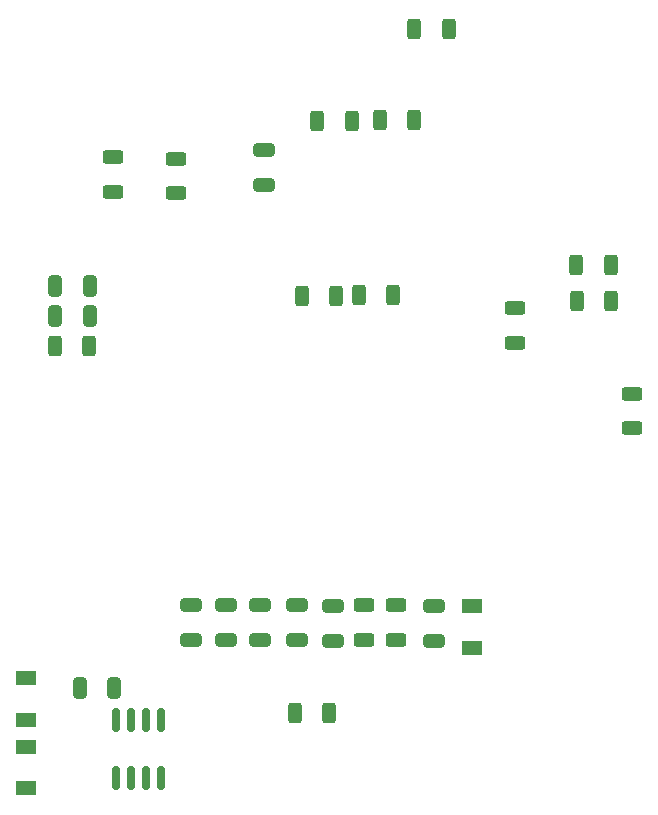
<source format=gbr>
%TF.GenerationSoftware,KiCad,Pcbnew,(6.0.7)*%
%TF.CreationDate,2023-04-20T22:54:43-04:00*%
%TF.ProjectId,NPN Tracer V2b,4e504e20-5472-4616-9365-72205632622e,rev?*%
%TF.SameCoordinates,Original*%
%TF.FileFunction,Paste,Top*%
%TF.FilePolarity,Positive*%
%FSLAX46Y46*%
G04 Gerber Fmt 4.6, Leading zero omitted, Abs format (unit mm)*
G04 Created by KiCad (PCBNEW (6.0.7)) date 2023-04-20 22:54:43*
%MOMM*%
%LPD*%
G01*
G04 APERTURE LIST*
G04 Aperture macros list*
%AMRoundRect*
0 Rectangle with rounded corners*
0 $1 Rounding radius*
0 $2 $3 $4 $5 $6 $7 $8 $9 X,Y pos of 4 corners*
0 Add a 4 corners polygon primitive as box body*
4,1,4,$2,$3,$4,$5,$6,$7,$8,$9,$2,$3,0*
0 Add four circle primitives for the rounded corners*
1,1,$1+$1,$2,$3*
1,1,$1+$1,$4,$5*
1,1,$1+$1,$6,$7*
1,1,$1+$1,$8,$9*
0 Add four rect primitives between the rounded corners*
20,1,$1+$1,$2,$3,$4,$5,0*
20,1,$1+$1,$4,$5,$6,$7,0*
20,1,$1+$1,$6,$7,$8,$9,0*
20,1,$1+$1,$8,$9,$2,$3,0*%
G04 Aperture macros list end*
%ADD10RoundRect,0.250000X-0.650000X0.325000X-0.650000X-0.325000X0.650000X-0.325000X0.650000X0.325000X0*%
%ADD11RoundRect,0.250000X0.312500X0.625000X-0.312500X0.625000X-0.312500X-0.625000X0.312500X-0.625000X0*%
%ADD12R,1.700000X1.300000*%
%ADD13RoundRect,0.250000X0.625000X-0.312500X0.625000X0.312500X-0.625000X0.312500X-0.625000X-0.312500X0*%
%ADD14RoundRect,0.250000X-0.625000X0.312500X-0.625000X-0.312500X0.625000X-0.312500X0.625000X0.312500X0*%
%ADD15RoundRect,0.250000X-0.325000X-0.650000X0.325000X-0.650000X0.325000X0.650000X-0.325000X0.650000X0*%
%ADD16RoundRect,0.150000X0.150000X-0.825000X0.150000X0.825000X-0.150000X0.825000X-0.150000X-0.825000X0*%
G04 APERTURE END LIST*
D10*
%TO.C,C13*%
X78359000Y-126096500D03*
X78359000Y-129046500D03*
%TD*%
D11*
%TO.C,R14*%
X87124000Y-135255000D03*
X84199000Y-135255000D03*
%TD*%
D12*
%TO.C,D3*%
X61404500Y-135798500D03*
X61404500Y-132298500D03*
%TD*%
D10*
%TO.C,C12*%
X87439500Y-126160000D03*
X87439500Y-129110000D03*
%TD*%
D11*
%TO.C,R3*%
X87697500Y-99934500D03*
X84772500Y-99934500D03*
%TD*%
%TO.C,R9*%
X97220500Y-77343000D03*
X94295500Y-77343000D03*
%TD*%
D13*
%TO.C,R1*%
X74104500Y-91237000D03*
X74104500Y-88312000D03*
%TD*%
D10*
%TO.C,C10*%
X84391500Y-126096500D03*
X84391500Y-129046500D03*
%TD*%
D12*
%TO.C,D4*%
X61468000Y-141577000D03*
X61468000Y-138077000D03*
%TD*%
D14*
%TO.C,R16*%
X92773500Y-126109000D03*
X92773500Y-129034000D03*
%TD*%
D11*
%TO.C,R2*%
X92521500Y-99871000D03*
X89596500Y-99871000D03*
%TD*%
D10*
%TO.C,C11*%
X81280000Y-126096500D03*
X81280000Y-129046500D03*
%TD*%
D15*
%TO.C,C2*%
X63866500Y-99045500D03*
X66816500Y-99045500D03*
%TD*%
D10*
%TO.C,C14*%
X75374500Y-126096500D03*
X75374500Y-129046500D03*
%TD*%
D15*
%TO.C,C3*%
X63866500Y-101585500D03*
X66816500Y-101585500D03*
%TD*%
D11*
%TO.C,R13*%
X111000000Y-100393500D03*
X108075000Y-100393500D03*
%TD*%
%TO.C,R12*%
X110936500Y-97282000D03*
X108011500Y-97282000D03*
%TD*%
D15*
%TO.C,C6*%
X65962000Y-133159500D03*
X68912000Y-133159500D03*
%TD*%
D16*
%TO.C,U4*%
X69088000Y-140778000D03*
X70358000Y-140778000D03*
X71628000Y-140778000D03*
X72898000Y-140778000D03*
X72898000Y-135828000D03*
X71628000Y-135828000D03*
X70358000Y-135828000D03*
X69088000Y-135828000D03*
%TD*%
D13*
%TO.C,R17*%
X112776000Y-111127000D03*
X112776000Y-108202000D03*
%TD*%
D11*
%TO.C,R11*%
X89029000Y-85090000D03*
X86104000Y-85090000D03*
%TD*%
D10*
%TO.C,C9*%
X95948500Y-126160000D03*
X95948500Y-129110000D03*
%TD*%
D11*
%TO.C,R7*%
X66804000Y-104189000D03*
X63879000Y-104189000D03*
%TD*%
D14*
%TO.C,R4*%
X102806500Y-100963000D03*
X102806500Y-103888000D03*
%TD*%
D12*
%TO.C,D5*%
X99187000Y-126202500D03*
X99187000Y-129702500D03*
%TD*%
D14*
%TO.C,R15*%
X90043000Y-126109000D03*
X90043000Y-129034000D03*
%TD*%
D10*
%TO.C,C1*%
X81597500Y-87552000D03*
X81597500Y-90502000D03*
%TD*%
D11*
%TO.C,R10*%
X94299500Y-85026500D03*
X91374500Y-85026500D03*
%TD*%
D13*
%TO.C,R8*%
X68834000Y-91110000D03*
X68834000Y-88185000D03*
%TD*%
M02*

</source>
